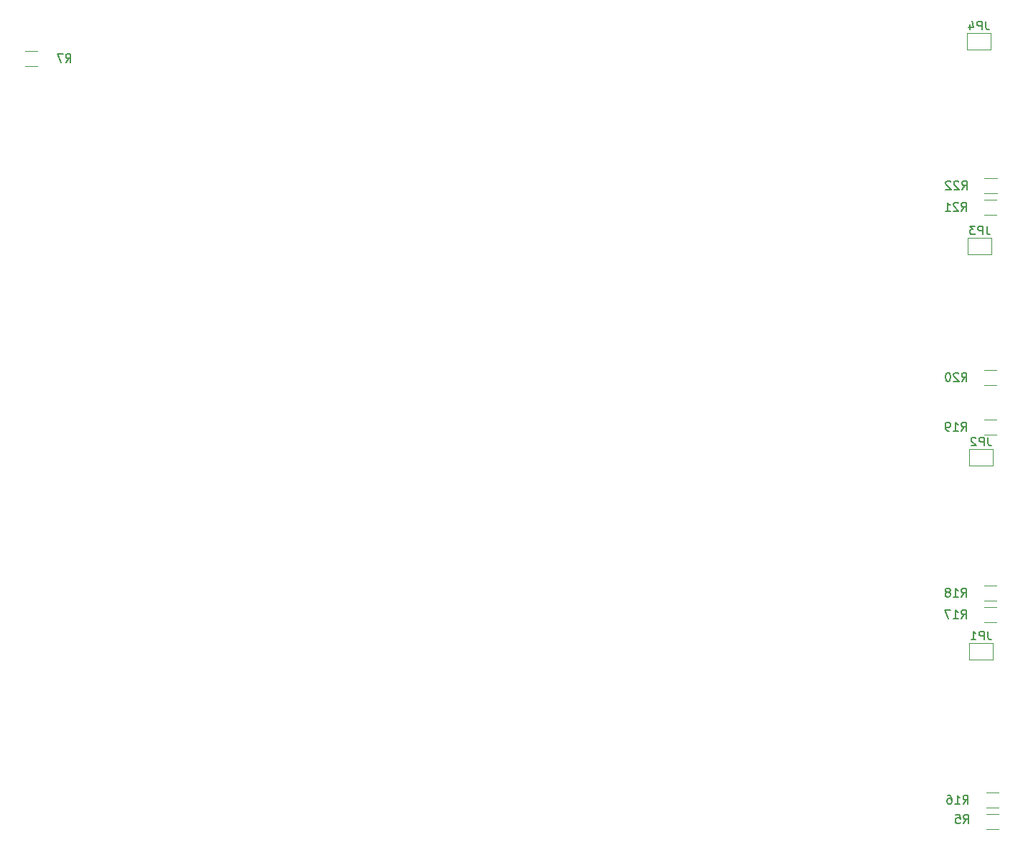
<source format=gbr>
G04 #@! TF.GenerationSoftware,KiCad,Pcbnew,9.0.3-9.0.3-0~ubuntu22.04.1*
G04 #@! TF.CreationDate,2025-08-22T11:52:41+02:00*
G04 #@! TF.ProjectId,CPU09US4,43505530-3955-4533-942e-6b696361645f,rev?*
G04 #@! TF.SameCoordinates,Original*
G04 #@! TF.FileFunction,Legend,Bot*
G04 #@! TF.FilePolarity,Positive*
%FSLAX46Y46*%
G04 Gerber Fmt 4.6, Leading zero omitted, Abs format (unit mm)*
G04 Created by KiCad (PCBNEW 9.0.3-9.0.3-0~ubuntu22.04.1) date 2025-08-22 11:52:41*
%MOMM*%
%LPD*%
G01*
G04 APERTURE LIST*
%ADD10C,0.150000*%
%ADD11C,0.120000*%
G04 APERTURE END LIST*
D10*
X204175333Y-52772819D02*
X204175333Y-53487104D01*
X204175333Y-53487104D02*
X204222952Y-53629961D01*
X204222952Y-53629961D02*
X204318190Y-53725200D01*
X204318190Y-53725200D02*
X204461047Y-53772819D01*
X204461047Y-53772819D02*
X204556285Y-53772819D01*
X203699142Y-53772819D02*
X203699142Y-52772819D01*
X203699142Y-52772819D02*
X203318190Y-52772819D01*
X203318190Y-52772819D02*
X203222952Y-52820438D01*
X203222952Y-52820438D02*
X203175333Y-52868057D01*
X203175333Y-52868057D02*
X203127714Y-52963295D01*
X203127714Y-52963295D02*
X203127714Y-53106152D01*
X203127714Y-53106152D02*
X203175333Y-53201390D01*
X203175333Y-53201390D02*
X203222952Y-53249009D01*
X203222952Y-53249009D02*
X203318190Y-53296628D01*
X203318190Y-53296628D02*
X203699142Y-53296628D01*
X202270571Y-53106152D02*
X202270571Y-53772819D01*
X202508666Y-52725200D02*
X202746761Y-53439485D01*
X202746761Y-53439485D02*
X202127714Y-53439485D01*
X204287333Y-76902819D02*
X204287333Y-77617104D01*
X204287333Y-77617104D02*
X204334952Y-77759961D01*
X204334952Y-77759961D02*
X204430190Y-77855200D01*
X204430190Y-77855200D02*
X204573047Y-77902819D01*
X204573047Y-77902819D02*
X204668285Y-77902819D01*
X203811142Y-77902819D02*
X203811142Y-76902819D01*
X203811142Y-76902819D02*
X203430190Y-76902819D01*
X203430190Y-76902819D02*
X203334952Y-76950438D01*
X203334952Y-76950438D02*
X203287333Y-76998057D01*
X203287333Y-76998057D02*
X203239714Y-77093295D01*
X203239714Y-77093295D02*
X203239714Y-77236152D01*
X203239714Y-77236152D02*
X203287333Y-77331390D01*
X203287333Y-77331390D02*
X203334952Y-77379009D01*
X203334952Y-77379009D02*
X203430190Y-77426628D01*
X203430190Y-77426628D02*
X203811142Y-77426628D01*
X202906380Y-76902819D02*
X202287333Y-76902819D01*
X202287333Y-76902819D02*
X202620666Y-77283771D01*
X202620666Y-77283771D02*
X202477809Y-77283771D01*
X202477809Y-77283771D02*
X202382571Y-77331390D01*
X202382571Y-77331390D02*
X202334952Y-77379009D01*
X202334952Y-77379009D02*
X202287333Y-77474247D01*
X202287333Y-77474247D02*
X202287333Y-77712342D01*
X202287333Y-77712342D02*
X202334952Y-77807580D01*
X202334952Y-77807580D02*
X202382571Y-77855200D01*
X202382571Y-77855200D02*
X202477809Y-77902819D01*
X202477809Y-77902819D02*
X202763523Y-77902819D01*
X202763523Y-77902819D02*
X202858761Y-77855200D01*
X202858761Y-77855200D02*
X202906380Y-77807580D01*
X204429333Y-101794819D02*
X204429333Y-102509104D01*
X204429333Y-102509104D02*
X204476952Y-102651961D01*
X204476952Y-102651961D02*
X204572190Y-102747200D01*
X204572190Y-102747200D02*
X204715047Y-102794819D01*
X204715047Y-102794819D02*
X204810285Y-102794819D01*
X203953142Y-102794819D02*
X203953142Y-101794819D01*
X203953142Y-101794819D02*
X203572190Y-101794819D01*
X203572190Y-101794819D02*
X203476952Y-101842438D01*
X203476952Y-101842438D02*
X203429333Y-101890057D01*
X203429333Y-101890057D02*
X203381714Y-101985295D01*
X203381714Y-101985295D02*
X203381714Y-102128152D01*
X203381714Y-102128152D02*
X203429333Y-102223390D01*
X203429333Y-102223390D02*
X203476952Y-102271009D01*
X203476952Y-102271009D02*
X203572190Y-102318628D01*
X203572190Y-102318628D02*
X203953142Y-102318628D01*
X203000761Y-101890057D02*
X202953142Y-101842438D01*
X202953142Y-101842438D02*
X202857904Y-101794819D01*
X202857904Y-101794819D02*
X202619809Y-101794819D01*
X202619809Y-101794819D02*
X202524571Y-101842438D01*
X202524571Y-101842438D02*
X202476952Y-101890057D01*
X202476952Y-101890057D02*
X202429333Y-101985295D01*
X202429333Y-101985295D02*
X202429333Y-102080533D01*
X202429333Y-102080533D02*
X202476952Y-102223390D01*
X202476952Y-102223390D02*
X203048380Y-102794819D01*
X203048380Y-102794819D02*
X202429333Y-102794819D01*
X204429333Y-124654819D02*
X204429333Y-125369104D01*
X204429333Y-125369104D02*
X204476952Y-125511961D01*
X204476952Y-125511961D02*
X204572190Y-125607200D01*
X204572190Y-125607200D02*
X204715047Y-125654819D01*
X204715047Y-125654819D02*
X204810285Y-125654819D01*
X203953142Y-125654819D02*
X203953142Y-124654819D01*
X203953142Y-124654819D02*
X203572190Y-124654819D01*
X203572190Y-124654819D02*
X203476952Y-124702438D01*
X203476952Y-124702438D02*
X203429333Y-124750057D01*
X203429333Y-124750057D02*
X203381714Y-124845295D01*
X203381714Y-124845295D02*
X203381714Y-124988152D01*
X203381714Y-124988152D02*
X203429333Y-125083390D01*
X203429333Y-125083390D02*
X203476952Y-125131009D01*
X203476952Y-125131009D02*
X203572190Y-125178628D01*
X203572190Y-125178628D02*
X203953142Y-125178628D01*
X202429333Y-125654819D02*
X203000761Y-125654819D01*
X202715047Y-125654819D02*
X202715047Y-124654819D01*
X202715047Y-124654819D02*
X202810285Y-124797676D01*
X202810285Y-124797676D02*
X202905523Y-124892914D01*
X202905523Y-124892914D02*
X203000761Y-124940533D01*
X201302857Y-120596819D02*
X201636190Y-120120628D01*
X201874285Y-120596819D02*
X201874285Y-119596819D01*
X201874285Y-119596819D02*
X201493333Y-119596819D01*
X201493333Y-119596819D02*
X201398095Y-119644438D01*
X201398095Y-119644438D02*
X201350476Y-119692057D01*
X201350476Y-119692057D02*
X201302857Y-119787295D01*
X201302857Y-119787295D02*
X201302857Y-119930152D01*
X201302857Y-119930152D02*
X201350476Y-120025390D01*
X201350476Y-120025390D02*
X201398095Y-120073009D01*
X201398095Y-120073009D02*
X201493333Y-120120628D01*
X201493333Y-120120628D02*
X201874285Y-120120628D01*
X200350476Y-120596819D02*
X200921904Y-120596819D01*
X200636190Y-120596819D02*
X200636190Y-119596819D01*
X200636190Y-119596819D02*
X200731428Y-119739676D01*
X200731428Y-119739676D02*
X200826666Y-119834914D01*
X200826666Y-119834914D02*
X200921904Y-119882533D01*
X199779047Y-120025390D02*
X199874285Y-119977771D01*
X199874285Y-119977771D02*
X199921904Y-119930152D01*
X199921904Y-119930152D02*
X199969523Y-119834914D01*
X199969523Y-119834914D02*
X199969523Y-119787295D01*
X199969523Y-119787295D02*
X199921904Y-119692057D01*
X199921904Y-119692057D02*
X199874285Y-119644438D01*
X199874285Y-119644438D02*
X199779047Y-119596819D01*
X199779047Y-119596819D02*
X199588571Y-119596819D01*
X199588571Y-119596819D02*
X199493333Y-119644438D01*
X199493333Y-119644438D02*
X199445714Y-119692057D01*
X199445714Y-119692057D02*
X199398095Y-119787295D01*
X199398095Y-119787295D02*
X199398095Y-119834914D01*
X199398095Y-119834914D02*
X199445714Y-119930152D01*
X199445714Y-119930152D02*
X199493333Y-119977771D01*
X199493333Y-119977771D02*
X199588571Y-120025390D01*
X199588571Y-120025390D02*
X199779047Y-120025390D01*
X199779047Y-120025390D02*
X199874285Y-120073009D01*
X199874285Y-120073009D02*
X199921904Y-120120628D01*
X199921904Y-120120628D02*
X199969523Y-120215866D01*
X199969523Y-120215866D02*
X199969523Y-120406342D01*
X199969523Y-120406342D02*
X199921904Y-120501580D01*
X199921904Y-120501580D02*
X199874285Y-120549200D01*
X199874285Y-120549200D02*
X199779047Y-120596819D01*
X199779047Y-120596819D02*
X199588571Y-120596819D01*
X199588571Y-120596819D02*
X199493333Y-120549200D01*
X199493333Y-120549200D02*
X199445714Y-120501580D01*
X199445714Y-120501580D02*
X199398095Y-120406342D01*
X199398095Y-120406342D02*
X199398095Y-120215866D01*
X199398095Y-120215866D02*
X199445714Y-120120628D01*
X199445714Y-120120628D02*
X199493333Y-120073009D01*
X199493333Y-120073009D02*
X199588571Y-120025390D01*
X201302857Y-75130819D02*
X201636190Y-74654628D01*
X201874285Y-75130819D02*
X201874285Y-74130819D01*
X201874285Y-74130819D02*
X201493333Y-74130819D01*
X201493333Y-74130819D02*
X201398095Y-74178438D01*
X201398095Y-74178438D02*
X201350476Y-74226057D01*
X201350476Y-74226057D02*
X201302857Y-74321295D01*
X201302857Y-74321295D02*
X201302857Y-74464152D01*
X201302857Y-74464152D02*
X201350476Y-74559390D01*
X201350476Y-74559390D02*
X201398095Y-74607009D01*
X201398095Y-74607009D02*
X201493333Y-74654628D01*
X201493333Y-74654628D02*
X201874285Y-74654628D01*
X200921904Y-74226057D02*
X200874285Y-74178438D01*
X200874285Y-74178438D02*
X200779047Y-74130819D01*
X200779047Y-74130819D02*
X200540952Y-74130819D01*
X200540952Y-74130819D02*
X200445714Y-74178438D01*
X200445714Y-74178438D02*
X200398095Y-74226057D01*
X200398095Y-74226057D02*
X200350476Y-74321295D01*
X200350476Y-74321295D02*
X200350476Y-74416533D01*
X200350476Y-74416533D02*
X200398095Y-74559390D01*
X200398095Y-74559390D02*
X200969523Y-75130819D01*
X200969523Y-75130819D02*
X200350476Y-75130819D01*
X199398095Y-75130819D02*
X199969523Y-75130819D01*
X199683809Y-75130819D02*
X199683809Y-74130819D01*
X199683809Y-74130819D02*
X199779047Y-74273676D01*
X199779047Y-74273676D02*
X199874285Y-74368914D01*
X199874285Y-74368914D02*
X199969523Y-74416533D01*
X95670666Y-57604819D02*
X96003999Y-57128628D01*
X96242094Y-57604819D02*
X96242094Y-56604819D01*
X96242094Y-56604819D02*
X95861142Y-56604819D01*
X95861142Y-56604819D02*
X95765904Y-56652438D01*
X95765904Y-56652438D02*
X95718285Y-56700057D01*
X95718285Y-56700057D02*
X95670666Y-56795295D01*
X95670666Y-56795295D02*
X95670666Y-56938152D01*
X95670666Y-56938152D02*
X95718285Y-57033390D01*
X95718285Y-57033390D02*
X95765904Y-57081009D01*
X95765904Y-57081009D02*
X95861142Y-57128628D01*
X95861142Y-57128628D02*
X96242094Y-57128628D01*
X95337332Y-56604819D02*
X94670666Y-56604819D01*
X94670666Y-56604819D02*
X95099237Y-57604819D01*
X201354857Y-72590819D02*
X201688190Y-72114628D01*
X201926285Y-72590819D02*
X201926285Y-71590819D01*
X201926285Y-71590819D02*
X201545333Y-71590819D01*
X201545333Y-71590819D02*
X201450095Y-71638438D01*
X201450095Y-71638438D02*
X201402476Y-71686057D01*
X201402476Y-71686057D02*
X201354857Y-71781295D01*
X201354857Y-71781295D02*
X201354857Y-71924152D01*
X201354857Y-71924152D02*
X201402476Y-72019390D01*
X201402476Y-72019390D02*
X201450095Y-72067009D01*
X201450095Y-72067009D02*
X201545333Y-72114628D01*
X201545333Y-72114628D02*
X201926285Y-72114628D01*
X200973904Y-71686057D02*
X200926285Y-71638438D01*
X200926285Y-71638438D02*
X200831047Y-71590819D01*
X200831047Y-71590819D02*
X200592952Y-71590819D01*
X200592952Y-71590819D02*
X200497714Y-71638438D01*
X200497714Y-71638438D02*
X200450095Y-71686057D01*
X200450095Y-71686057D02*
X200402476Y-71781295D01*
X200402476Y-71781295D02*
X200402476Y-71876533D01*
X200402476Y-71876533D02*
X200450095Y-72019390D01*
X200450095Y-72019390D02*
X201021523Y-72590819D01*
X201021523Y-72590819D02*
X200402476Y-72590819D01*
X200021523Y-71686057D02*
X199973904Y-71638438D01*
X199973904Y-71638438D02*
X199878666Y-71590819D01*
X199878666Y-71590819D02*
X199640571Y-71590819D01*
X199640571Y-71590819D02*
X199545333Y-71638438D01*
X199545333Y-71638438D02*
X199497714Y-71686057D01*
X199497714Y-71686057D02*
X199450095Y-71781295D01*
X199450095Y-71781295D02*
X199450095Y-71876533D01*
X199450095Y-71876533D02*
X199497714Y-72019390D01*
X199497714Y-72019390D02*
X200069142Y-72590819D01*
X200069142Y-72590819D02*
X199450095Y-72590819D01*
X201504857Y-144980819D02*
X201838190Y-144504628D01*
X202076285Y-144980819D02*
X202076285Y-143980819D01*
X202076285Y-143980819D02*
X201695333Y-143980819D01*
X201695333Y-143980819D02*
X201600095Y-144028438D01*
X201600095Y-144028438D02*
X201552476Y-144076057D01*
X201552476Y-144076057D02*
X201504857Y-144171295D01*
X201504857Y-144171295D02*
X201504857Y-144314152D01*
X201504857Y-144314152D02*
X201552476Y-144409390D01*
X201552476Y-144409390D02*
X201600095Y-144457009D01*
X201600095Y-144457009D02*
X201695333Y-144504628D01*
X201695333Y-144504628D02*
X202076285Y-144504628D01*
X200552476Y-144980819D02*
X201123904Y-144980819D01*
X200838190Y-144980819D02*
X200838190Y-143980819D01*
X200838190Y-143980819D02*
X200933428Y-144123676D01*
X200933428Y-144123676D02*
X201028666Y-144218914D01*
X201028666Y-144218914D02*
X201123904Y-144266533D01*
X199695333Y-143980819D02*
X199885809Y-143980819D01*
X199885809Y-143980819D02*
X199981047Y-144028438D01*
X199981047Y-144028438D02*
X200028666Y-144076057D01*
X200028666Y-144076057D02*
X200123904Y-144218914D01*
X200123904Y-144218914D02*
X200171523Y-144409390D01*
X200171523Y-144409390D02*
X200171523Y-144790342D01*
X200171523Y-144790342D02*
X200123904Y-144885580D01*
X200123904Y-144885580D02*
X200076285Y-144933200D01*
X200076285Y-144933200D02*
X199981047Y-144980819D01*
X199981047Y-144980819D02*
X199790571Y-144980819D01*
X199790571Y-144980819D02*
X199695333Y-144933200D01*
X199695333Y-144933200D02*
X199647714Y-144885580D01*
X199647714Y-144885580D02*
X199600095Y-144790342D01*
X199600095Y-144790342D02*
X199600095Y-144552247D01*
X199600095Y-144552247D02*
X199647714Y-144457009D01*
X199647714Y-144457009D02*
X199695333Y-144409390D01*
X199695333Y-144409390D02*
X199790571Y-144361771D01*
X199790571Y-144361771D02*
X199981047Y-144361771D01*
X199981047Y-144361771D02*
X200076285Y-144409390D01*
X200076285Y-144409390D02*
X200123904Y-144457009D01*
X200123904Y-144457009D02*
X200171523Y-144552247D01*
X201302857Y-123136819D02*
X201636190Y-122660628D01*
X201874285Y-123136819D02*
X201874285Y-122136819D01*
X201874285Y-122136819D02*
X201493333Y-122136819D01*
X201493333Y-122136819D02*
X201398095Y-122184438D01*
X201398095Y-122184438D02*
X201350476Y-122232057D01*
X201350476Y-122232057D02*
X201302857Y-122327295D01*
X201302857Y-122327295D02*
X201302857Y-122470152D01*
X201302857Y-122470152D02*
X201350476Y-122565390D01*
X201350476Y-122565390D02*
X201398095Y-122613009D01*
X201398095Y-122613009D02*
X201493333Y-122660628D01*
X201493333Y-122660628D02*
X201874285Y-122660628D01*
X200350476Y-123136819D02*
X200921904Y-123136819D01*
X200636190Y-123136819D02*
X200636190Y-122136819D01*
X200636190Y-122136819D02*
X200731428Y-122279676D01*
X200731428Y-122279676D02*
X200826666Y-122374914D01*
X200826666Y-122374914D02*
X200921904Y-122422533D01*
X200017142Y-122136819D02*
X199350476Y-122136819D01*
X199350476Y-122136819D02*
X199779047Y-123136819D01*
X201536666Y-147266819D02*
X201869999Y-146790628D01*
X202108094Y-147266819D02*
X202108094Y-146266819D01*
X202108094Y-146266819D02*
X201727142Y-146266819D01*
X201727142Y-146266819D02*
X201631904Y-146314438D01*
X201631904Y-146314438D02*
X201584285Y-146362057D01*
X201584285Y-146362057D02*
X201536666Y-146457295D01*
X201536666Y-146457295D02*
X201536666Y-146600152D01*
X201536666Y-146600152D02*
X201584285Y-146695390D01*
X201584285Y-146695390D02*
X201631904Y-146743009D01*
X201631904Y-146743009D02*
X201727142Y-146790628D01*
X201727142Y-146790628D02*
X202108094Y-146790628D01*
X200631904Y-146266819D02*
X201108094Y-146266819D01*
X201108094Y-146266819D02*
X201155713Y-146743009D01*
X201155713Y-146743009D02*
X201108094Y-146695390D01*
X201108094Y-146695390D02*
X201012856Y-146647771D01*
X201012856Y-146647771D02*
X200774761Y-146647771D01*
X200774761Y-146647771D02*
X200679523Y-146695390D01*
X200679523Y-146695390D02*
X200631904Y-146743009D01*
X200631904Y-146743009D02*
X200584285Y-146838247D01*
X200584285Y-146838247D02*
X200584285Y-147076342D01*
X200584285Y-147076342D02*
X200631904Y-147171580D01*
X200631904Y-147171580D02*
X200679523Y-147219200D01*
X200679523Y-147219200D02*
X200774761Y-147266819D01*
X200774761Y-147266819D02*
X201012856Y-147266819D01*
X201012856Y-147266819D02*
X201108094Y-147219200D01*
X201108094Y-147219200D02*
X201155713Y-147171580D01*
X201302857Y-101038819D02*
X201636190Y-100562628D01*
X201874285Y-101038819D02*
X201874285Y-100038819D01*
X201874285Y-100038819D02*
X201493333Y-100038819D01*
X201493333Y-100038819D02*
X201398095Y-100086438D01*
X201398095Y-100086438D02*
X201350476Y-100134057D01*
X201350476Y-100134057D02*
X201302857Y-100229295D01*
X201302857Y-100229295D02*
X201302857Y-100372152D01*
X201302857Y-100372152D02*
X201350476Y-100467390D01*
X201350476Y-100467390D02*
X201398095Y-100515009D01*
X201398095Y-100515009D02*
X201493333Y-100562628D01*
X201493333Y-100562628D02*
X201874285Y-100562628D01*
X200350476Y-101038819D02*
X200921904Y-101038819D01*
X200636190Y-101038819D02*
X200636190Y-100038819D01*
X200636190Y-100038819D02*
X200731428Y-100181676D01*
X200731428Y-100181676D02*
X200826666Y-100276914D01*
X200826666Y-100276914D02*
X200921904Y-100324533D01*
X199874285Y-101038819D02*
X199683809Y-101038819D01*
X199683809Y-101038819D02*
X199588571Y-100991200D01*
X199588571Y-100991200D02*
X199540952Y-100943580D01*
X199540952Y-100943580D02*
X199445714Y-100800723D01*
X199445714Y-100800723D02*
X199398095Y-100610247D01*
X199398095Y-100610247D02*
X199398095Y-100229295D01*
X199398095Y-100229295D02*
X199445714Y-100134057D01*
X199445714Y-100134057D02*
X199493333Y-100086438D01*
X199493333Y-100086438D02*
X199588571Y-100038819D01*
X199588571Y-100038819D02*
X199779047Y-100038819D01*
X199779047Y-100038819D02*
X199874285Y-100086438D01*
X199874285Y-100086438D02*
X199921904Y-100134057D01*
X199921904Y-100134057D02*
X199969523Y-100229295D01*
X199969523Y-100229295D02*
X199969523Y-100467390D01*
X199969523Y-100467390D02*
X199921904Y-100562628D01*
X199921904Y-100562628D02*
X199874285Y-100610247D01*
X199874285Y-100610247D02*
X199779047Y-100657866D01*
X199779047Y-100657866D02*
X199588571Y-100657866D01*
X199588571Y-100657866D02*
X199493333Y-100610247D01*
X199493333Y-100610247D02*
X199445714Y-100562628D01*
X199445714Y-100562628D02*
X199398095Y-100467390D01*
X201328857Y-95196819D02*
X201662190Y-94720628D01*
X201900285Y-95196819D02*
X201900285Y-94196819D01*
X201900285Y-94196819D02*
X201519333Y-94196819D01*
X201519333Y-94196819D02*
X201424095Y-94244438D01*
X201424095Y-94244438D02*
X201376476Y-94292057D01*
X201376476Y-94292057D02*
X201328857Y-94387295D01*
X201328857Y-94387295D02*
X201328857Y-94530152D01*
X201328857Y-94530152D02*
X201376476Y-94625390D01*
X201376476Y-94625390D02*
X201424095Y-94673009D01*
X201424095Y-94673009D02*
X201519333Y-94720628D01*
X201519333Y-94720628D02*
X201900285Y-94720628D01*
X200947904Y-94292057D02*
X200900285Y-94244438D01*
X200900285Y-94244438D02*
X200805047Y-94196819D01*
X200805047Y-94196819D02*
X200566952Y-94196819D01*
X200566952Y-94196819D02*
X200471714Y-94244438D01*
X200471714Y-94244438D02*
X200424095Y-94292057D01*
X200424095Y-94292057D02*
X200376476Y-94387295D01*
X200376476Y-94387295D02*
X200376476Y-94482533D01*
X200376476Y-94482533D02*
X200424095Y-94625390D01*
X200424095Y-94625390D02*
X200995523Y-95196819D01*
X200995523Y-95196819D02*
X200376476Y-95196819D01*
X199757428Y-94196819D02*
X199662190Y-94196819D01*
X199662190Y-94196819D02*
X199566952Y-94244438D01*
X199566952Y-94244438D02*
X199519333Y-94292057D01*
X199519333Y-94292057D02*
X199471714Y-94387295D01*
X199471714Y-94387295D02*
X199424095Y-94577771D01*
X199424095Y-94577771D02*
X199424095Y-94815866D01*
X199424095Y-94815866D02*
X199471714Y-95006342D01*
X199471714Y-95006342D02*
X199519333Y-95101580D01*
X199519333Y-95101580D02*
X199566952Y-95149200D01*
X199566952Y-95149200D02*
X199662190Y-95196819D01*
X199662190Y-95196819D02*
X199757428Y-95196819D01*
X199757428Y-95196819D02*
X199852666Y-95149200D01*
X199852666Y-95149200D02*
X199900285Y-95101580D01*
X199900285Y-95101580D02*
X199947904Y-95006342D01*
X199947904Y-95006342D02*
X199995523Y-94815866D01*
X199995523Y-94815866D02*
X199995523Y-94577771D01*
X199995523Y-94577771D02*
X199947904Y-94387295D01*
X199947904Y-94387295D02*
X199900285Y-94292057D01*
X199900285Y-94292057D02*
X199852666Y-94244438D01*
X199852666Y-94244438D02*
X199757428Y-94196819D01*
D11*
X204742000Y-54118000D02*
X201942000Y-54118000D01*
X204742000Y-56118000D02*
X204742000Y-54118000D01*
X201942000Y-54118000D02*
X201942000Y-56118000D01*
X201942000Y-56118000D02*
X204742000Y-56118000D01*
X204854000Y-78248000D02*
X202054000Y-78248000D01*
X204854000Y-80248000D02*
X204854000Y-78248000D01*
X202054000Y-78248000D02*
X202054000Y-80248000D01*
X202054000Y-80248000D02*
X204854000Y-80248000D01*
X204996000Y-103140000D02*
X202196000Y-103140000D01*
X204996000Y-105140000D02*
X204996000Y-103140000D01*
X202196000Y-103140000D02*
X202196000Y-105140000D01*
X202196000Y-105140000D02*
X204996000Y-105140000D01*
X204996000Y-126000000D02*
X202196000Y-126000000D01*
X204996000Y-128000000D02*
X204996000Y-126000000D01*
X202196000Y-126000000D02*
X202196000Y-128000000D01*
X202196000Y-128000000D02*
X204996000Y-128000000D01*
X203970936Y-121052000D02*
X205425064Y-121052000D01*
X203970936Y-119232000D02*
X205425064Y-119232000D01*
X203970936Y-75586000D02*
X205425064Y-75586000D01*
X203970936Y-73766000D02*
X205425064Y-73766000D01*
X90839936Y-58060000D02*
X92294064Y-58060000D01*
X90839936Y-56240000D02*
X92294064Y-56240000D01*
X204022936Y-73046000D02*
X205477064Y-73046000D01*
X204022936Y-71226000D02*
X205477064Y-71226000D01*
X204224936Y-145436000D02*
X205679064Y-145436000D01*
X204224936Y-143616000D02*
X205679064Y-143616000D01*
X203970936Y-123592000D02*
X205425064Y-123592000D01*
X203970936Y-121772000D02*
X205425064Y-121772000D01*
X204224936Y-147976000D02*
X205679064Y-147976000D01*
X204224936Y-146156000D02*
X205679064Y-146156000D01*
X203970936Y-99674000D02*
X205425064Y-99674000D01*
X203970936Y-101494000D02*
X205425064Y-101494000D01*
X203996936Y-93832000D02*
X205451064Y-93832000D01*
X203996936Y-95652000D02*
X205451064Y-95652000D01*
M02*

</source>
